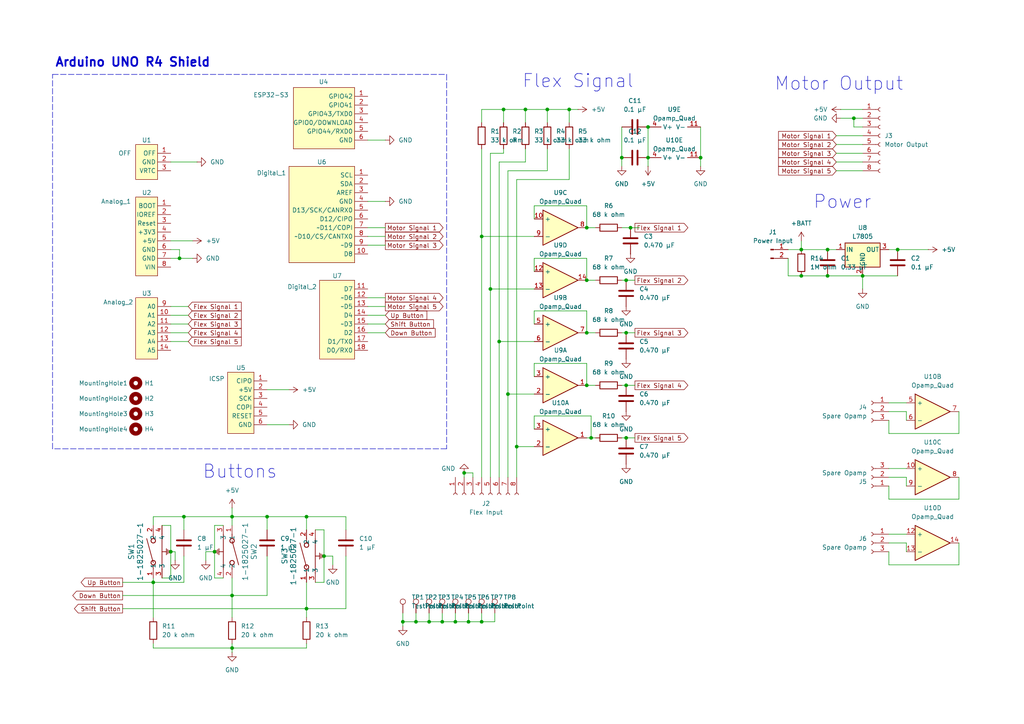
<source format=kicad_sch>
(kicad_sch (version 20231120) (generator "eeschema") (generator_version "8.0")
  (paper "A4")
  (title_block (title "Arduino UNO R4 Shield Template SCH") (date "2023-07-13") (rev "1.0") (company "MStackoverflow"))
  (junction (at 232.41 72.39))
  (junction (at 52.07 74.93))
  (junction (at 120.65 180.34))
  (junction (at 165.1 31.75))
  (junction (at 134.62 137.16))
  (junction (at 181.61 96.52))
  (junction (at 147.32 114.3))
  (junction (at 187.96 45.72))
  (junction (at 240.03 72.39))
  (junction (at 232.41 80.01))
  (junction (at 116.84 180.34))
  (junction (at 260.35 72.39))
  (junction (at 247.65 34.29))
  (junction (at 146.05 31.75))
  (junction (at 139.7 180.34))
  (junction (at 132.08 180.34))
  (junction (at 158.75 31.75))
  (junction (at 67.31 172.72))
  (junction (at 44.45 168.91))
  (junction (at 128.27 180.34))
  (junction (at 93.98 161.29))
  (junction (at 152.4 31.75))
  (junction (at 144.78 99.06))
  (junction (at 67.31 187.96))
  (junction (at 149.86 129.54))
  (junction (at 170.18 111.76))
  (junction (at 62.23 160.02))
  (junction (at 49.53 160.02))
  (junction (at 187.96 36.83))
  (junction (at 88.9 149.86))
  (junction (at 170.18 66.04))
  (junction (at 135.89 180.34))
  (junction (at 250.19 80.01))
  (junction (at 124.46 180.34))
  (junction (at 181.61 111.76))
  (junction (at 139.7 68.58))
  (junction (at 180.34 45.72))
  (junction (at 181.61 127))
  (junction (at 181.61 81.28))
  (junction (at 77.47 149.86))
  (junction (at 182.88 66.04))
  (junction (at 53.34 149.86))
  (junction (at 171.45 127))
  (junction (at 240.03 80.01))
  (junction (at 170.18 96.52))
  (junction (at 67.31 149.86))
  (junction (at 170.18 81.28))
  (junction (at 142.24 83.82))
  (junction (at 203.2 45.72))
  (junction (at 88.9 176.53))
  (wire (pts (xy 44.45 168.91) (xy 44.45 179.07)))
  (polyline (pts (xy 15.24 21.59) (xy 129.54 21.59)) (stroke (width 0) (type dash)))
  (wire (pts (xy 180.34 66.04) (xy 182.88 66.04)))
  (wire (pts (xy 120.65 180.34) (xy 116.84 180.34)))
  (wire (pts (xy 67.31 172.72) (xy 67.31 179.07)))
  (wire (pts (xy 180.34 127) (xy 181.61 127)))
  (wire (pts (xy 181.61 96.52) (xy 184.15 96.52)))
  (wire (pts (xy 106.68 40.64) (xy 111.76 40.64)))
  (wire (pts (xy 77.47 113.03) (xy 83.82 113.03)))
  (wire (pts (xy 120.65 177.8) (xy 120.65 180.34)))
  (wire (pts (xy 50.8 160.02) (xy 49.53 160.02)))
  (wire (pts (xy 154.94 78.74) (xy 154.94 74.93)))
  (wire (pts (xy 64.77 152.4) (xy 62.23 152.4)))
  (wire (pts (xy 170.18 127) (xy 171.45 127)))
  (wire (pts (xy 180.34 111.76) (xy 181.61 111.76)))
  (wire (pts (xy 242.57 49.53) (xy 250.19 49.53)))
  (wire (pts (xy 181.61 127) (xy 184.15 127)))
  (wire (pts (xy 142.24 83.82) (xy 142.24 138.43)))
  (wire (pts (xy 257.81 144.78) (xy 278.13 144.78)))
  (wire (pts (xy 88.9 176.53) (xy 88.9 179.07)))
  (wire (pts (xy 49.53 167.64) (xy 46.99 167.64)))
  (wire (pts (xy 262.89 119.38) (xy 257.81 119.38)))
  (wire (pts (xy 165.1 31.75) (xy 158.75 31.75)))
  (wire (pts (xy 257.81 163.83) (xy 278.13 163.83)))
  (wire (pts (xy 180.34 36.83) (xy 180.34 45.72)))
  (wire (pts (xy 44.45 167.64) (xy 44.45 168.91)))
  (wire (pts (xy 228.6 80.01) (xy 232.41 80.01)))
  (wire (pts (xy 278.13 125.73) (xy 278.13 119.38)))
  (wire (pts (xy 106.68 86.36) (xy 111.76 86.36)))
  (wire (pts (xy 53.34 168.91) (xy 44.45 168.91)))
  (wire (pts (xy 257.81 135.89) (xy 262.89 135.89)))
  (wire (pts (xy 135.89 180.34) (xy 132.08 180.34)))
  (wire (pts (xy 106.68 88.9) (xy 111.76 88.9)))
  (wire (pts (xy 49.53 93.98) (xy 54.61 93.98)))
  (wire (pts (xy 139.7 177.8) (xy 139.7 180.34)))
  (wire (pts (xy 257.81 160.02) (xy 257.81 163.83)))
  (wire (pts (xy 49.53 74.93) (xy 52.07 74.93)))
  (wire (pts (xy 147.32 49.53) (xy 147.32 114.3)))
  (wire (pts (xy 49.53 91.44) (xy 54.61 91.44)))
  (wire (pts (xy 128.27 177.8) (xy 128.27 180.34)))
  (wire (pts (xy 167.64 31.75) (xy 165.1 31.75)))
  (wire (pts (xy 165.1 52.07) (xy 149.86 52.07)))
  (wire (pts (xy 49.53 88.9) (xy 54.61 88.9)))
  (wire (pts (xy 49.53 152.4) (xy 49.53 160.02)))
  (wire (pts (xy 49.53 69.85) (xy 55.88 69.85)))
  (wire (pts (xy 139.7 31.75) (xy 139.7 35.56)))
  (wire (pts (xy 52.07 74.93) (xy 52.07 72.39)))
  (wire (pts (xy 262.89 157.48) (xy 262.89 160.02)))
  (wire (pts (xy 262.89 121.92) (xy 262.89 119.38)))
  (wire (pts (xy 49.53 99.06) (xy 54.61 99.06)))
  (wire (pts (xy 62.23 167.64) (xy 64.77 167.64)))
  (wire (pts (xy 278.13 163.83) (xy 278.13 157.48)))
  (wire (pts (xy 144.78 46.99) (xy 152.4 46.99)))
  (wire (pts (xy 170.18 59.69) (xy 170.18 66.04)))
  (wire (pts (xy 93.98 153.67) (xy 93.98 161.29)))
  (wire (pts (xy 154.94 93.98) (xy 154.94 90.17)))
  (wire (pts (xy 187.96 48.26) (xy 187.96 45.72)))
  (wire (pts (xy 116.84 177.8) (xy 116.84 180.34)))
  (wire (pts (xy 247.65 36.83) (xy 247.65 34.29)))
  (wire (pts (xy 44.45 149.86) (xy 44.45 152.4)))
  (wire (pts (xy 232.41 69.85) (xy 232.41 72.39)))
  (wire (pts (xy 180.34 45.72) (xy 180.34 48.26)))
  (wire (pts (xy 53.34 149.86) (xy 67.31 149.86)))
  (polyline (pts (xy 129.54 21.59) (xy 129.54 130.175)) (stroke (width 0) (type dash)))
  (wire (pts (xy 181.61 81.28) (xy 184.15 81.28)))
  (wire (pts (xy 243.84 34.29) (xy 247.65 34.29)))
  (wire (pts (xy 142.24 44.45) (xy 142.24 83.82)))
  (wire (pts (xy 46.99 152.4) (xy 49.53 152.4)))
  (wire (pts (xy 137.16 138.43) (xy 137.16 137.16)))
  (wire (pts (xy 146.05 43.18) (xy 146.05 44.45)))
  (wire (pts (xy 154.94 59.69) (xy 170.18 59.69)))
  (wire (pts (xy 146.05 31.75) (xy 139.7 31.75)))
  (wire (pts (xy 180.34 96.52) (xy 181.61 96.52)))
  (polyline (pts (xy 15.24 130.175) (xy 15.24 21.59)) (stroke (width 0) (type dash)))
  (wire (pts (xy 96.52 163.83) (xy 96.52 161.29)))
  (wire (pts (xy 49.53 96.52) (xy 54.61 96.52)))
  (wire (pts (xy 170.18 105.41) (xy 170.18 111.76)))
  (wire (pts (xy 143.51 177.8) (xy 143.51 180.34)))
  (wire (pts (xy 106.68 93.98) (xy 111.76 93.98)))
  (wire (pts (xy 106.68 66.04) (xy 111.76 66.04)))
  (wire (pts (xy 59.69 162.56) (xy 59.69 160.02)))
  (wire (pts (xy 170.18 90.17) (xy 170.18 96.52)))
  (wire (pts (xy 35.56 172.72) (xy 67.31 172.72)))
  (wire (pts (xy 44.45 149.86) (xy 53.34 149.86)))
  (wire (pts (xy 228.6 72.39) (xy 232.41 72.39)))
  (wire (pts (xy 250.19 80.01) (xy 260.35 80.01)))
  (wire (pts (xy 203.2 36.83) (xy 203.2 45.72)))
  (wire (pts (xy 165.1 31.75) (xy 165.1 35.56)))
  (wire (pts (xy 154.94 63.5) (xy 154.94 59.69)))
  (wire (pts (xy 134.62 138.43) (xy 134.62 137.16)))
  (wire (pts (xy 181.61 111.76) (xy 184.15 111.76)))
  (wire (pts (xy 180.34 81.28) (xy 181.61 81.28)))
  (wire (pts (xy 67.31 149.86) (xy 77.47 149.86)))
  (wire (pts (xy 93.98 168.91) (xy 91.44 168.91)))
  (wire (pts (xy 154.94 105.41) (xy 170.18 105.41)))
  (wire (pts (xy 257.81 121.92) (xy 257.81 125.73)))
  (wire (pts (xy 44.45 187.96) (xy 67.31 187.96)))
  (wire (pts (xy 146.05 31.75) (xy 146.05 35.56)))
  (wire (pts (xy 50.8 162.56) (xy 50.8 160.02)))
  (wire (pts (xy 154.94 124.46) (xy 154.94 120.65)))
  (wire (pts (xy 100.33 161.29) (xy 100.33 176.53)))
  (wire (pts (xy 106.68 71.12) (xy 111.76 71.12)))
  (wire (pts (xy 106.68 96.52) (xy 111.76 96.52)))
  (wire (pts (xy 144.78 99.06) (xy 144.78 138.43)))
  (wire (pts (xy 142.24 83.82) (xy 154.94 83.82)))
  (wire (pts (xy 170.18 111.76) (xy 172.72 111.76)))
  (wire (pts (xy 77.47 172.72) (xy 67.31 172.72)))
  (wire (pts (xy 77.47 149.86) (xy 88.9 149.86)))
  (wire (pts (xy 67.31 147.32) (xy 67.31 149.86)))
  (wire (pts (xy 232.41 72.39) (xy 240.03 72.39)))
  (wire (pts (xy 35.56 176.53) (xy 88.9 176.53)))
  (wire (pts (xy 147.32 114.3) (xy 154.94 114.3)))
  (wire (pts (xy 88.9 149.86) (xy 88.9 153.67)))
  (wire (pts (xy 154.94 120.65) (xy 171.45 120.65)))
  (wire (pts (xy 49.53 160.02) (xy 49.53 167.64)))
  (wire (pts (xy 158.75 31.75) (xy 158.75 35.56)))
  (wire (pts (xy 171.45 127) (xy 172.72 127)))
  (wire (pts (xy 203.2 45.72) (xy 203.2 48.26)))
  (wire (pts (xy 278.13 144.78) (xy 278.13 138.43)))
  (wire (pts (xy 240.03 72.39) (xy 242.57 72.39)))
  (wire (pts (xy 170.18 81.28) (xy 172.72 81.28)))
  (wire (pts (xy 88.9 187.96) (xy 88.9 186.69)))
  (wire (pts (xy 158.75 43.18) (xy 158.75 49.53)))
  (polyline (pts (xy 129.54 130.175) (xy 15.24 130.175)) (stroke (width 0) (type dash)))
  (wire (pts (xy 139.7 68.58) (xy 139.7 138.43)))
  (wire (pts (xy 128.27 180.34) (xy 124.46 180.34)))
  (wire (pts (xy 257.81 140.97) (xy 257.81 144.78)))
  (wire (pts (xy 243.84 31.75) (xy 250.19 31.75)))
  (wire (pts (xy 139.7 68.58) (xy 154.94 68.58)))
  (wire (pts (xy 250.19 80.01) (xy 250.19 83.82)))
  (wire (pts (xy 242.57 41.91) (xy 250.19 41.91)))
  (wire (pts (xy 124.46 177.8) (xy 124.46 180.34)))
  (wire (pts (xy 93.98 161.29) (xy 93.98 168.91)))
  (wire (pts (xy 250.19 36.83) (xy 247.65 36.83)))
  (wire (pts (xy 144.78 46.99) (xy 144.78 99.06)))
  (wire (pts (xy 257.81 154.94) (xy 262.89 154.94)))
  (wire (pts (xy 154.94 74.93) (xy 170.18 74.93)))
  (wire (pts (xy 53.34 161.29) (xy 53.34 168.91)))
  (wire (pts (xy 67.31 149.86) (xy 67.31 152.4)))
  (wire (pts (xy 172.72 96.52) (xy 170.18 96.52)))
  (wire (pts (xy 149.86 129.54) (xy 149.86 138.43)))
  (wire (pts (xy 139.7 43.18) (xy 139.7 68.58)))
  (wire (pts (xy 91.44 153.67) (xy 93.98 153.67)))
  (wire (pts (xy 242.57 44.45) (xy 250.19 44.45)))
  (wire (pts (xy 67.31 167.64) (xy 67.31 172.72)))
  (wire (pts (xy 62.23 152.4) (xy 62.23 160.02)))
  (wire (pts (xy 262.89 138.43) (xy 262.89 140.97)))
  (wire (pts (xy 260.35 72.39) (xy 269.24 72.39)))
  (wire (pts (xy 154.94 90.17) (xy 170.18 90.17)))
  (wire (pts (xy 242.57 39.37) (xy 250.19 39.37)))
  (wire (pts (xy 77.47 161.29) (xy 77.47 172.72)))
  (wire (pts (xy 62.23 160.02) (xy 62.23 167.64)))
  (wire (pts (xy 170.18 66.04) (xy 172.72 66.04)))
  (wire (pts (xy 44.45 187.96) (xy 44.45 186.69)))
  (wire (pts (xy 170.18 74.93) (xy 170.18 81.28)))
  (wire (pts (xy 257.81 157.48) (xy 262.89 157.48)))
  (wire (pts (xy 100.33 176.53) (xy 88.9 176.53)))
  (wire (pts (xy 240.03 80.01) (xy 250.19 80.01)))
  (wire (pts (xy 152.4 31.75) (xy 152.4 35.56)))
  (wire (pts (xy 106.68 68.58) (xy 111.76 68.58)))
  (wire (pts (xy 149.86 129.54) (xy 154.94 129.54)))
  (wire (pts (xy 187.96 36.83) (xy 187.96 45.72)))
  (wire (pts (xy 257.81 125.73) (xy 278.13 125.73)))
  (wire (pts (xy 152.4 46.99) (xy 152.4 43.18)))
  (wire (pts (xy 49.53 46.99) (xy 57.15 46.99)))
  (wire (pts (xy 77.47 149.86) (xy 77.47 153.67)))
  (wire (pts (xy 116.84 180.34) (xy 116.84 181.61)))
  (wire (pts (xy 232.41 80.01) (xy 240.03 80.01)))
  (wire (pts (xy 96.52 161.29) (xy 93.98 161.29)))
  (wire (pts (xy 182.88 66.04) (xy 185.42 66.04)))
  (wire (pts (xy 106.68 58.42) (xy 111.76 58.42)))
  (wire (pts (xy 143.51 180.34) (xy 139.7 180.34)))
  (wire (pts (xy 149.86 52.07) (xy 149.86 129.54)))
  (wire (pts (xy 257.81 72.39) (xy 260.35 72.39)))
  (wire (pts (xy 139.7 180.34) (xy 135.89 180.34)))
  (wire (pts (xy 132.08 180.34) (xy 128.27 180.34)))
  (wire (pts (xy 49.53 72.39) (xy 52.07 72.39)))
  (wire (pts (xy 144.78 99.06) (xy 154.94 99.06)))
  (wire (pts (xy 228.6 80.01) (xy 228.6 74.93)))
  (wire (pts (xy 257.81 138.43) (xy 262.89 138.43)))
  (wire (pts (xy 171.45 120.65) (xy 171.45 127)))
  (wire (pts (xy 77.47 123.19) (xy 83.82 123.19)))
  (wire (pts (xy 247.65 34.29) (xy 250.19 34.29)))
  (wire (pts (xy 100.33 149.86) (xy 100.33 153.67)))
  (wire (pts (xy 67.31 187.96) (xy 88.9 187.96)))
  (wire (pts (xy 152.4 31.75) (xy 158.75 31.75)))
  (wire (pts (xy 124.46 180.34) (xy 120.65 180.34)))
  (wire (pts (xy 88.9 168.91) (xy 88.9 176.53)))
  (wire (pts (xy 132.08 177.8) (xy 132.08 180.34)))
  (wire (pts (xy 52.07 74.93) (xy 55.88 74.93)))
  (wire (pts (xy 35.56 168.91) (xy 44.45 168.91)))
  (wire (pts (xy 137.16 137.16) (xy 134.62 137.16)))
  (wire (pts (xy 154.94 109.22) (xy 154.94 105.41)))
  (wire (pts (xy 147.32 114.3) (xy 147.32 138.43)))
  (wire (pts (xy 242.57 46.99) (xy 250.19 46.99)))
  (wire (pts (xy 158.75 49.53) (xy 147.32 49.53)))
  (wire (pts (xy 146.05 44.45) (xy 142.24 44.45)))
  (wire (pts (xy 152.4 31.75) (xy 146.05 31.75)))
  (wire (pts (xy 53.34 149.86) (xy 53.34 153.67)))
  (wire (pts (xy 135.89 177.8) (xy 135.89 180.34)))
  (wire (pts (xy 67.31 187.96) (xy 67.31 189.23)))
  (wire (pts (xy 165.1 43.18) (xy 165.1 52.07)))
  (wire (pts (xy 106.68 91.44) (xy 111.76 91.44)))
  (wire (pts (xy 67.31 186.69) (xy 67.31 187.96)))
  (wire (pts (xy 59.69 160.02) (xy 62.23 160.02)))
  (wire (pts (xy 257.81 116.84) (xy 262.89 116.84)))
  (wire (pts (xy 88.9 149.86) (xy 100.33 149.86)))
  (text "Motor Output" (at 243.332 24.384 0) (effects (font (size 3.81 3.81))))
  (text "Arduino UNO R4 Shield" (at 15.875 19.685 0) (effects (font (size 2.54 2.54) (thickness 0.508) (bold yes)) (justify left bottom)))
  (text "Power" (at 244.348 58.674 0) (effects (font (size 3.81 3.81))))
  (text "Buttons" (at 69.596 136.906 0) (effects (font (size 3.81 3.81))))
  (text "Flex Signal" (at 167.64 23.622 0) (effects (font (size 3.81 3.81))))
  (global_label "Flex Signal 4" (shape output) (at 184.15 111.76 0) (property "Intersheetrefs" "${INTERSHEET_REFS}" (effects (hide yes))))
  (global_label "Up Button" (shape input) (at 111.76 91.44 0) (property "Intersheetrefs" "${INTERSHEET_REFS}" (effects (hide yes))))
  (global_label "Flex Signal 2" (shape output) (at 184.15 81.28 0) (property "Intersheetrefs" "${INTERSHEET_REFS}" (effects (hide yes))))
  (global_label "Up Button" (shape output) (at 35.56 168.91 180) (property "Intersheetrefs" "${INTERSHEET_REFS}" (effects (hide yes))))
  (global_label "Flex Signal 5" (shape input) (at 54.61 99.06 0) (property "Intersheetrefs" "${INTERSHEET_REFS}" (effects (hide yes))))
  (global_label "Motor Signal 1" (shape output) (at 111.76 66.04 0) (property "Intersheetrefs" "${INTERSHEET_REFS}" (effects (hide yes))))
  (global_label "Motor Signal 4" (shape input) (at 242.57 46.99 180) (property "Intersheetrefs" "${INTERSHEET_REFS}" (effects (hide yes))))
  (global_label "Flex Signal 4" (shape input) (at 54.61 96.52 0) (property "Intersheetrefs" "${INTERSHEET_REFS}" (effects (hide yes))))
  (global_label "Flex Signal 3" (shape output) (at 184.15 96.52 0) (property "Intersheetrefs" "${INTERSHEET_REFS}" (effects (hide yes))))
  (global_label "Shift Button" (shape input) (at 111.76 93.98 0) (property "Intersheetrefs" "${INTERSHEET_REFS}" (effects (hide yes))))
  (global_label "Motor Signal 2" (shape output) (at 111.76 68.58 0) (property "Intersheetrefs" "${INTERSHEET_REFS}" (effects (hide yes))))
  (global_label "Motor Signal 3" (shape output) (at 111.76 71.12 0) (property "Intersheetrefs" "${INTERSHEET_REFS}" (effects (hide yes))))
  (global_label "Motor Signal 2" (shape input) (at 242.57 41.91 180) (property "Intersheetrefs" "${INTERSHEET_REFS}" (effects (hide yes))))
  (global_label "Shift Button" (shape output) (at 35.56 176.53 180) (property "Intersheetrefs" "${INTERSHEET_REFS}" (effects (hide yes))))
  (global_label "Motor Signal 3" (shape input) (at 242.57 44.45 180) (property "Intersheetrefs" "${INTERSHEET_REFS}" (effects (hide yes))))
  (global_label "Motor Signal 1" (shape input) (at 242.57 39.37 180) (property "Intersheetrefs" "${INTERSHEET_REFS}" (effects (hide yes))))
  (global_label "Motor Signal 4" (shape output) (at 111.76 86.36 0) (property "Intersheetrefs" "${INTERSHEET_REFS}" (effects (hide yes))))
  (global_label "Motor Signal 5" (shape input) (at 242.57 49.53 180) (property "Intersheetrefs" "${INTERSHEET_REFS}" (effects (hide yes))))
  (global_label "Flex Signal 3" (shape input) (at 54.61 93.98 0) (property "Intersheetrefs" "${INTERSHEET_REFS}" (effects (hide yes))))
  (global_label "Flex Signal 1" (shape input) (at 54.61 88.9 0) (property "Intersheetrefs" "${INTERSHEET_REFS}" (effects (hide yes))))
  (global_label "Down Button" (shape input) (at 111.76 96.52 0) (property "Intersheetrefs" "${INTERSHEET_REFS}" (effects (hide yes))))
  (global_label "Flex Signal 1" (shape output) (at 184.15 66.04 0) (property "Intersheetrefs" "${INTERSHEET_REFS}" (effects (hide yes))))
  (global_label "Flex Signal 5" (shape output) (at 184.15 127 0) (property "Intersheetrefs" "${INTERSHEET_REFS}" (effects (hide yes))))
  (global_label "Flex Signal 2" (shape input) (at 54.61 91.44 0) (property "Intersheetrefs" "${INTERSHEET_REFS}" (effects (hide yes))))
  (global_label "Motor Signal 5" (shape output) (at 111.76 88.9 0) (property "Intersheetrefs" "${INTERSHEET_REFS}" (effects (hide yes))))
  (global_label "Down Button" (shape output) (at 35.56 172.72 180) (property "Intersheetrefs" "${INTERSHEET_REFS}" (effects (hide yes))))
  (symbol (lib_id "power:GND") (at 181.61 119.38 0) (unit 1)
    (property "Reference" "#PWR010" (effects (hide yes)))
    (property "Value" "GND" (at 181.61 124.46 0))
    (property "Description" "Power symbol creates a global label with name \"GND\" , ground" (effects (hide yes)))
  )
  (symbol (lib_id "power:+5V") (at 243.84 31.75 90) (unit 1)
    (property "Reference" "#PWR02" (effects (hide yes)))
    (property "Value" "+5V" (at 240.03 31.7499 90) (effects (justify left)))
    (property "Description" "Power symbol creates a global label with name \"+5V\"" (effects (hide yes)))
  )
  (symbol (lib_id "2024-04-28_14-32-29:1-1825027-1") (at 67.31 160.02 270) (unit 1)
    (property "Reference" "SW2" (at 73.66 160.02 0) (effects (font (size 1.524 1.524))))
    (property "Value" "1-1825027-1" (at 71.12 160.02 0) (effects (font (size 1.524 1.524))))
    (property "Footprint" "custom_button:1-1825027-1" (effects (hide yes)))
    (property "Datasheet" "1-1825027-1" (effects (hide yes)))
  )
  (symbol (lib_id "power:GND") (at 59.69 162.56 0) (unit 1)
    (property "Reference" "#PWR025" (effects (hide yes)))
    (property "Value" "GND" (at 59.69 167.64 0))
    (property "Description" "Power symbol creates a global label with name \"GND\" , ground" (effects (hide yes)))
  )
  (symbol (lib_id "power:GND") (at 181.61 88.9 0) (unit 1)
    (property "Reference" "#PWR08" (effects (hide yes)))
    (property "Value" "GND" (at 181.61 93.98 0))
    (property "Description" "Power symbol creates a global label with name \"GND\" , ground" (effects (hide yes)))
  )
  (symbol (lib_id "Connector:TestPoint") (at 139.7 177.8 0) (unit 1)
    (property "Reference" "TP7" (at 142.24 173.2279 0) (effects (justify left)))
    (property "Value" "TestPoint" (at 142.24 175.7679 0) (effects (justify left)))
    (property "Footprint" "TestPoint:TestPoint_Pad_D1.5mm" (effects (hide yes)))
    (property "Description" "test point" (effects (hide yes)))
  )
  (symbol (lib_id "Device:Opamp_Quad") (at 162.56 66.04 0) (unit 3)
    (property "Reference" "U9" (at 162.56 55.88 0))
    (property "Value" "Opamp_Quad" (at 162.56 58.42 0))
    (property "Footprint" "Package_DIP:DIP-14_W7.62mm_Socket" (effects (hide yes)))
    (property "Description" "Quad operational amplifier" (effects (hide yes)))
    (property "Sim.Library" "${KICAD7_SYMBOL_DIR}/Simulation_SPICE.sp" (effects (hide yes)))
    (property "Sim.Name" "kicad_builtin_opamp_quad" (effects (hide yes)))
    (property "Sim.Device" "SUBCKT" (effects (hide yes)))
    (property "Sim.Pins" "1=out1 2=in1- 3=in1+ 4=vcc 5=in2+ 6=in2- 7=out2 8=out3 9=in3- 10=in3+ 11=vee 12=in4+ 13=in4- 14=out4" (effects (hide yes)))
  )
  (symbol (lib_id "Regulator_Linear:L7805") (at 250.19 72.39 0) (unit 1)
    (property "Reference" "U8" (at 250.19 66.04 0))
    (property "Value" "L7805" (at 250.19 68.58 0))
    (property "Footprint" "Package_TO_SOT_THT:TO-220-3_Vertical" (effects (hide yes)))
    (property "Datasheet" "http://www.st.com/content/ccc/resource/technical/document/datasheet/41/4f/b3/b0/12/d4/47/88/CD00000444.pdf/files/CD00000444.pdf/jcr:content/translations/en.CD00000444.pdf" (effects (hide yes)))
    (property "Description" "Positive 1.5A 35V Linear Regulator, Fixed Output 5V, TO-220/TO-263/TO-252" (effects (hide yes)))
  )
  (symbol (lib_id "Device:R") (at 176.53 66.04 270) (unit 1)
    (property "Reference" "R6" (at 176.53 59.69 90))
    (property "Value" "68 k ohm" (at 176.53 62.23 90))
    (property "Footprint" "Resistor_SMD:R_1206_3216Metric_Pad1.30x1.75mm_HandSolder" (effects (hide yes)))
    (property "Description" "Resistor" (effects (hide yes)))
  )
  (symbol (lib_id "Device:Opamp_Quad") (at 162.56 96.52 0) (unit 2)
    (property "Reference" "U9" (at 162.56 86.36 0))
    (property "Value" "Opamp_Quad" (at 162.56 88.9 0))
    (property "Footprint" "Package_DIP:DIP-14_W7.62mm_Socket" (effects (hide yes)))
    (property "Description" "Quad operational amplifier" (effects (hide yes)))
    (property "Sim.Library" "${KICAD7_SYMBOL_DIR}/Simulation_SPICE.sp" (effects (hide yes)))
    (property "Sim.Name" "kicad_builtin_opamp_quad" (effects (hide yes)))
    (property "Sim.Device" "SUBCKT" (effects (hide yes)))
    (property "Sim.Pins" "1=out1 2=in1- 3=in1+ 4=vcc 5=in2+ 6=in2- 7=out2 8=out3 9=in3- 10=in3+ 11=vee 12=in4+ 13=in4- 14=out4" (effects (hide yes)))
  )
  (symbol (lib_id "Device:Opamp_Quad") (at 162.56 111.76 0) (unit 1)
    (property "Reference" "U9" (at 162.56 101.6 0))
    (property "Value" "Opamp_Quad" (at 162.56 104.14 0))
    (property "Footprint" "Package_DIP:DIP-14_W7.62mm_Socket" (effects (hide yes)))
    (property "Description" "Quad operational amplifier" (effects (hide yes)))
    (property "Sim.Library" "${KICAD7_SYMBOL_DIR}/Simulation_SPICE.sp" (effects (hide yes)))
    (property "Sim.Name" "kicad_builtin_opamp_quad" (effects (hide yes)))
    (property "Sim.Device" "SUBCKT" (effects (hide yes)))
    (property "Sim.Pins" "1=out1 2=in1- 3=in1+ 4=vcc 5=in2+ 6=in2- 7=out2 8=out3 9=in3- 10=in3+ 11=vee 12=in4+ 13=in4- 14=out4" (effects (hide yes)))
  )
  (symbol (lib_id "power:+5V") (at 167.64 31.75 270) (mirror x) (unit 1)
    (property "Reference" "#PWR06" (effects (hide yes)))
    (property "Value" "+5V" (at 171.45 31.7499 90) (effects (justify left)))
    (property "Description" "Power symbol creates a global label with name \"+5V\"" (effects (hide yes)))
  )
  (symbol (lib_id "power:GND") (at 203.2 48.26 0) (unit 1)
    (property "Reference" "#PWR012" (effects (hide yes)))
    (property "Value" "GND" (at 203.2 53.34 0))
    (property "Description" "Power symbol creates a global label with name \"GND\" , ground" (effects (hide yes)))
  )
  (symbol (lib_id "power:GND") (at 57.15 46.99 90) (mirror x) (unit 1)
    (property "Reference" "#PWR022" (effects (hide yes)))
    (property "Value" "GND" (at 60.96 46.9899 90) (effects (justify right)))
    (property "Description" "Power symbol creates a global label with name \"GND\" , ground" (effects (hide yes)))
  )
  (symbol (lib_id "power:GND") (at 55.88 74.93 90) (mirror x) (unit 1)
    (property "Reference" "#PWR017" (effects (hide yes)))
    (property "Value" "GND" (at 59.69 74.9299 90) (effects (justify right)))
    (property "Description" "Power symbol creates a global label with name \"GND\" , ground" (effects (hide yes)))
  )
  (symbol (lib_id "Connector:Conn_01x03_Socket") (at 252.73 138.43 180) (unit 1)
    (property "Reference" "J5" (at 251.46 139.7001 0) (effects (justify left)))
    (property "Value" "Spare Opamp" (at 251.46 137.1601 0) (effects (justify left)))
    (property "Footprint" "Connector_PinHeader_2.54mm:PinHeader_1x03_P2.54mm_Vertical" (effects (hide yes)))
    (property "Description" "Generic connector, single row, 01x03, script generated" (effects (hide yes)))
  )
  (symbol (lib_id "Connector:TestPoint") (at 135.89 177.8 0) (unit 1)
    (property "Reference" "TP6" (at 138.43 173.2279 0) (effects (justify left)))
    (property "Value" "TestPoint" (at 138.43 175.7679 0) (effects (justify left)))
    (property "Footprint" "TestPoint:TestPoint_Pad_D1.5mm" (effects (hide yes)))
    (property "Description" "test point" (effects (hide yes)))
  )
  (symbol (lib_id "Connector:Conn_01x02_Pin") (at 223.52 72.39 0) (unit 1)
    (property "Reference" "J1" (at 224.155 67.31 0))
    (property "Value" "Power Input" (at 224.155 69.85 0))
    (property "Footprint" "custom_terminal:CONN_TB002-500-02BE_CUD" (effects (hide yes)))
    (property "Description" "Generic connector, single row, 01x02, script generated" (effects (hide yes)))
  )
  (symbol (lib_id "Device:Opamp_Quad") (at 270.51 119.38 0) (unit 2)
    (property "Reference" "U10" (at 270.51 109.22 0))
    (property "Value" "Opamp_Quad" (at 270.51 111.76 0))
    (property "Footprint" "Package_DIP:DIP-14_W7.62mm_Socket" (effects (hide yes)))
    (property "Description" "Quad operational amplifier" (effects (hide yes)))
    (property "Sim.Library" "${KICAD7_SYMBOL_DIR}/Simulation_SPICE.sp" (effects (hide yes)))
    (property "Sim.Name" "kicad_builtin_opamp_quad" (effects (hide yes)))
    (property "Sim.Device" "SUBCKT" (effects (hide yes)))
    (property "Sim.Pins" "1=out1 2=in1- 3=in1+ 4=vcc 5=in2+ 6=in2- 7=out2 8=out3 9=in3- 10=in3+ 11=vee 12=in4+ 13=in4- 14=out4" (effects (hide yes)))
  )
  (symbol (lib_id "power:GND") (at 83.82 123.19 90) (mirror x) (unit 1)
    (property "Reference" "#PWR019" (effects (hide yes)))
    (property "Value" "GND" (at 87.63 123.1899 90) (effects (justify right)))
    (property "Description" "Power symbol creates a global label with name \"GND\" , ground" (effects (hide yes)))
  )
  (symbol (lib_id "power:+5V") (at 67.31 147.32 0) (unit 1)
    (property "Reference" "#PWR015" (effects (hide yes)))
    (property "Value" "+5V" (at 67.31 142.24 0))
    (property "Description" "Power symbol creates a global label with name \"+5V\"" (effects (hide yes)))
  )
  (symbol (lib_id "Device:Opamp_Quad") (at 162.56 81.28 0) (unit 4)
    (property "Reference" "U9" (at 162.56 71.12 0))
    (property "Value" "Opamp_Quad" (at 162.56 73.66 0))
    (property "Footprint" "Package_DIP:DIP-14_W7.62mm_Socket" (effects (hide yes)))
    (property "Description" "Quad operational amplifier" (effects (hide yes)))
    (property "Sim.Library" "${KICAD7_SYMBOL_DIR}/Simulation_SPICE.sp" (effects (hide yes)))
    (property "Sim.Name" "kicad_builtin_opamp_quad" (effects (hide yes)))
    (property "Sim.Device" "SUBCKT" (effects (hide yes)))
    (property "Sim.Pins" "1=out1 2=in1- 3=in1+ 4=vcc 5=in2+ 6=in2- 7=out2 8=out3 9=in3- 10=in3+ 11=vee 12=in4+ 13=in4- 14=out4" (effects (hide yes)))
  )
  (symbol (lib_id "Device:R") (at 176.53 96.52 270) (unit 1)
    (property "Reference" "R8" (at 176.53 90.17 90))
    (property "Value" "68 k ohm" (at 176.53 92.71 90))
    (property "Footprint" "Resistor_SMD:R_1206_3216Metric_Pad1.30x1.75mm_HandSolder" (effects (hide yes)))
    (property "Description" "Resistor" (effects (hide yes)))
  )
  (symbol (lib_id "Device:C") (at 77.47 157.48 0) (unit 1)
    (property "Reference" "C9" (at 81.28 156.2099 0) (effects (justify left)))
    (property "Value" "1 µF" (at 81.28 158.7499 0) (effects (justify left)))
    (property "Footprint" "Capacitor_SMD:C_1206_3216Metric_Pad1.33x1.80mm_HandSolder" (effects (hide yes)))
    (property "Description" "Unpolarized capacitor" (effects (hide yes)))
  )
  (symbol (lib_id "Device:R") (at 44.45 182.88 0) (unit 1)
    (property "Reference" "R11" (at 46.99 181.6099 0) (effects (justify left)))
    (property "Value" "20 k ohm" (at 46.99 184.1499 0) (effects (justify left)))
    (property "Footprint" "Resistor_SMD:R_1206_3216Metric_Pad1.30x1.75mm_HandSolder" (effects (hide yes)))
    (property "Description" "Resistor" (effects (hide yes)))
  )
  (symbol (lib_id "Device:C") (at 184.15 45.72 90) (unit 1)
    (property "Reference" "C12" (at 184.15 38.1 90))
    (property "Value" "0.1 μF" (at 184.15 40.64 90))
    (property "Footprint" "Capacitor_SMD:C_1206_3216Metric_Pad1.33x1.80mm_HandSolder" (effects (hide yes)))
    (property "Description" "Unpolarized capacitor" (effects (hide yes)))
  )
  (symbol (lib_id "Device:C") (at 53.34 157.48 0) (unit 1)
    (property "Reference" "C8" (at 57.15 156.2099 0) (effects (justify left)))
    (property "Value" "1 µF" (at 57.15 158.7499 0) (effects (justify left)))
    (property "Footprint" "Capacitor_SMD:C_1206_3216Metric_Pad1.33x1.80mm_HandSolder" (effects (hide yes)))
    (property "Description" "Unpolarized capacitor" (effects (hide yes)))
  )
  (symbol (lib_id "power:+5V") (at 187.96 48.26 0) (mirror x) (unit 1)
    (property "Reference" "#PWR013" (effects (hide yes)))
    (property "Value" "+5V" (at 187.96 53.34 0))
    (property "Description" "Power symbol creates a global label with name \"+5V\"" (effects (hide yes)))
  )
  (symbol (lib_id "Connector:TestPoint") (at 143.51 177.8 0) (unit 1)
    (property "Reference" "TP8" (at 146.05 173.2279 0) (effects (justify left)))
    (property "Value" "TestPoint" (at 146.05 175.7679 0) (effects (justify left)))
    (property "Footprint" "TestPoint:TestPoint_Pad_D1.5mm" (effects (hide yes)))
    (property "Description" "test point" (effects (hide yes)))
  )
  (symbol (lib_id "Connector_Arduino:Arduino_Header_Digital_2") (at 102.87 86.36 0) (unit 1)
    (property "Reference" "U7" (at 97.79 80.01 0))
    (property "Value" "Digital_2" (at 87.63 83.185 0))
    (property "Footprint" "ArduinoPinSockets:Arduino_PinSocket_1x08_P2.54mm_Vertical" (effects (hide yes)))
  )
  (symbol (lib_id "Device:C") (at 182.88 69.85 0) (unit 1)
    (property "Reference" "C3" (at 186.69 68.5799 0) (effects (justify left)))
    (property "Value" "0.470 µF" (at 186.69 71.1199 0) (effects (justify left)))
    (property "Footprint" "Capacitor_SMD:C_1206_3216Metric_Pad1.33x1.80mm_HandSolder" (effects (hide yes)))
    (property "Description" "Unpolarized capacitor" (effects (hide yes)))
  )
  (symbol (lib_id "Mechanical_Arduino:MountingHole_Arduino") (at 39.37 124.46 0) (unit 1)
    (property "Reference" "H4" (at 41.91 124.46 0) (effects (justify left)))
    (property "Value" "MountingHole4" (at 22.86 124.46 0) (effects (justify left)))
    (property "Footprint" "ArduinoMountingHoles:Arduino_MountingHole" (effects (hide yes)))
  )
  (symbol (lib_id "power:GND") (at 181.61 104.14 0) (unit 1)
    (property "Reference" "#PWR09" (effects (hide yes)))
    (property "Value" "GND" (at 181.61 109.22 0))
    (property "Description" "Power symbol creates a global label with name \"GND\" , ground" (effects (hide yes)))
  )
  (symbol (lib_id "Connector:Conn_01x03_Socket") (at 252.73 157.48 0) (mirror y) (unit 1)
    (property "Reference" "J6" (at 251.46 156.2099 0) (effects (justify left)))
    (property "Value" "Spare Opamp" (at 251.46 158.7499 0) (effects (justify left)))
    (property "Footprint" "Connector_PinHeader_2.54mm:PinHeader_1x03_P2.54mm_Vertical" (effects (hide yes)))
    (property "Description" "Generic connector, single row, 01x03, script generated" (effects (hide yes)))
  )
  (symbol (lib_id "power:GND") (at 96.52 163.83 0) (unit 1)
    (property "Reference" "#PWR026" (effects (hide yes)))
    (property "Value" "GND" (at 96.52 168.91 0))
    (property "Description" "Power symbol creates a global label with name \"GND\" , ground" (effects (hide yes)))
  )
  (symbol (lib_id "Device:R") (at 158.75 39.37 0) (unit 1)
    (property "Reference" "R4" (at 161.29 38.0999 0) (effects (justify left)))
    (property "Value" "33 k ohm" (at 161.29 40.6399 0) (effects (justify left)))
    (property "Footprint" "Resistor_SMD:R_1206_3216Metric_Pad1.30x1.75mm_HandSolder" (effects (hide yes)))
    (property "Description" "Resistor" (effects (hide yes)))
  )
  (symbol (lib_id "power:GND") (at 111.76 40.64 90) (mirror x) (unit 1)
    (property "Reference" "#PWR021" (effects (hide yes)))
    (property "Value" "GND" (at 115.57 40.6399 90) (effects (justify right)))
    (property "Description" "Power symbol creates a global label with name \"GND\" , ground" (effects (hide yes)))
  )
  (symbol (lib_id "Connector_Arduino:Arduino_Header_ICSP") (at 73.66 113.03 0) (unit 1)
    (property "Reference" "U5" (at 69.85 106.68 0))
    (property "Value" "ICSP" (at 62.865 109.855 0))
    (property "Footprint" "ArduinoPinSockets:Arduino_PinSocket_2x03_P2.54mm_Vertical" (effects (hide yes)))
  )
  (symbol (lib_id "Device:Opamp_Quad") (at 270.51 157.48 0) (unit 4)
    (property "Reference" "U10" (at 270.51 147.32 0))
    (property "Value" "Opamp_Quad" (at 270.51 149.86 0))
    (property "Footprint" "Package_DIP:DIP-14_W7.62mm_Socket" (effects (hide yes)))
    (property "Description" "Quad operational amplifier" (effects (hide yes)))
    (property "Sim.Library" "${KICAD7_SYMBOL_DIR}/Simulation_SPICE.sp" (effects (hide yes)))
    (property "Sim.Name" "kicad_builtin_opamp_quad" (effects (hide yes)))
    (property "Sim.Device" "SUBCKT" (effects (hide yes)))
    (property "Sim.Pins" "1=out1 2=in1- 3=in1+ 4=vcc 5=in2+ 6=in2- 7=out2 8=out3 9=in3- 10=in3+ 11=vee 12=in4+ 13=in4- 14=out4" (effects (hide yes)))
  )
  (symbol (lib_id "power:GND") (at 67.31 189.23 0) (unit 1)
    (property "Reference" "#PWR014" (effects (hide yes)))
    (property "Value" "GND" (at 67.31 194.31 0))
    (property "Description" "Power symbol creates a global label with name \"GND\" , ground" (effects (hide yes)))
  )
  (symbol (lib_id "Connector_Arduino:Arduino_Header_Analog_2") (at 45.72 91.44 0) (unit 1)
    (property "Reference" "U3" (at 42.545 85.09 0))
    (property "Value" "Analog_2" (at 34.29 87.63 0))
    (property "Footprint" "ArduinoPinSockets:Arduino_PinSocket_1x06_P2.54mm_Vertical" (effects (hide yes)))
  )
  (symbol (lib_id "Device:R") (at 139.7 39.37 0) (unit 1)
    (property "Reference" "R1" (at 142.24 38.0999 0) (effects (justify left)))
    (property "Value" "33 k ohm" (at 142.24 40.6399 0) (effects (justify left)))
    (property "Footprint" "Resistor_SMD:R_1206_3216Metric_Pad1.30x1.75mm_HandSolder" (effects (hide yes)))
    (property "Description" "Resistor" (effects (hide yes)))
  )
  (symbol (lib_id "Connector_Arduino:Arduino_Header_Digital_1") (at 102.87 53.34 0) (unit 1)
    (property "Reference" "U6" (at 93.345 46.99 0))
    (property "Value" "Digital_1" (at 78.74 50.165 0))
    (property "Footprint" "ArduinoPinSockets:Arduino_PinSocket_1x10_P2.54mm_Vertical" (effects (hide yes)))
  )
  (symbol (lib_id "Connector:Conn_01x03_Socket") (at 252.73 119.38 0) (mirror y) (unit 1)
    (property "Reference" "J4" (at 251.46 118.1099 0) (effects (justify left)))
    (property "Value" "Spare Opamp" (at 251.46 120.6499 0) (effects (justify left)))
    (property "Footprint" "Connector_PinHeader_2.54mm:PinHeader_1x03_P2.54mm_Vertical" (effects (hide yes)))
    (property "Description" "Generic connector, single row, 01x03, script generated" (effects (hide yes)))
  )
  (symbol (lib_id "Device:R") (at 146.05 39.37 0) (unit 1)
    (property "Reference" "R2" (at 148.59 38.0999 0) (effects (justify left)))
    (property "Value" "R" (at 148.59 40.6399 0) (effects (justify left)))
    (property "Footprint" "Resistor_SMD:R_1206_3216Metric_Pad1.30x1.75mm_HandSolder" (effects (hide yes)))
    (property "Description" "Resistor" (effects (hide yes)))
  )
  (symbol (lib_id "power:GND") (at 243.84 34.29 270) (unit 1)
    (property "Reference" "#PWR04" (effects (hide yes)))
    (property "Value" "GND" (at 240.03 34.2899 90) (effects (justify right)))
    (property "Description" "Power symbol creates a global label with name \"GND\" , ground" (effects (hide yes)))
  )
  (symbol (lib_id "Connector_Arduino:Arduino_Header_ESP32-S3") (at 102.87 30.48 0) (unit 1)
    (property "Reference" "U4" (at 93.8471 23.7327 0))
    (property "Value" "ESP32-S3" (at 78.6071 27.5427 0))
    (property "Footprint" "ArduinoPinSockets:Arduino_PinSocket_2x03_P2.54mm_Vertical" (effects (hide yes)))
  )
  (symbol (lib_id "Connector_Arduino:Arduino_Header_OFF") (at 45.72 46.99 0) (unit 1)
    (property "Reference" "U1" (at 42.545 40.64 0))
    (property "Value" "OFF" (at 36.195 44.45 0))
    (property "Footprint" "ArduinoPinSockets:Arduino_PinSocket_1x03_P2.54mm_Vertical" (effects (hide yes)))
  )
  (symbol (lib_id "Device:C") (at 260.35 76.2 0) (unit 1)
    (property "Reference" "C2" (at 264.16 74.9299 0) (effects (justify left)))
    (property "Value" "0.1 µF" (at 264.16 77.4699 0) (effects (justify left)))
    (property "Footprint" "Capacitor_SMD:C_1206_3216Metric_Pad1.33x1.80mm_HandSolder" (effects (hide yes)))
    (property "Description" "Unpolarized capacitor" (effects (hide yes)))
  )
  (symbol (lib_id "Device:Opamp_Quad") (at 195.58 34.29 90) (unit 5)
    (property "Reference" "U9" (at 195.58 31.75 90))
    (property "Value" "Opamp_Quad" (at 195.58 34.29 90))
    (property "Footprint" "Package_DIP:DIP-14_W7.62mm_Socket" (effects (hide yes)))
    (property "Description" "Quad operational amplifier" (effects (hide yes)))
    (property "Sim.Library" "${KICAD7_SYMBOL_DIR}/Simulation_SPICE.sp" (effects (hide yes)))
    (property "Sim.Name" "kicad_builtin_opamp_quad" (effects (hide yes)))
    (property "Sim.Device" "SUBCKT" (effects (hide yes)))
    (property "Sim.Pins" "1=out1 2=in1- 3=in1+ 4=vcc 5=in2+ 6=in2- 7=out2 8=out3 9=in3- 10=in3+ 11=vee 12=in4+ 13=in4- 14=out4" (effects (hide yes)))
  )
  (symbol (lib_id "power:GND") (at 182.88 73.66 0) (unit 1)
    (property "Reference" "#PWR07" (effects (hide yes)))
    (property "Value" "GND" (at 182.88 78.74 0))
    (property "Description" "Power symbol creates a global label with name \"GND\" , ground" (effects (hide yes)))
  )
  (symbol (lib_id "Connector:TestPoint") (at 120.65 177.8 0) (unit 1)
    (property "Reference" "TP2" (at 123.19 173.2279 0) (effects (justify left)))
    (property "Value" "TestPoint" (at 123.19 175.7679 0) (effects (justify left)))
    (property "Footprint" "TestPoint:TestPoint_Pad_D1.5mm" (effects (hide yes)))
    (property "Description" "test point" (effects (hide yes)))
  )
  (symbol (lib_id "power:GND") (at 180.34 48.26 0) (unit 1)
    (property "Reference" "#PWR027" (effects (hide yes)))
    (property "Value" "GND" (at 180.34 53.34 0))
    (property "Description" "Power symbol creates a global label with name \"GND\" , ground" (effects (hide yes)))
  )
  (symbol (lib_id "Device:R") (at 176.53 111.76 270) (unit 1)
    (property "Reference" "R9" (at 176.53 105.41 90))
    (property "Value" "68 k ohm" (at 176.53 107.95 90))
    (property "Footprint" "Resistor_SMD:R_1206_3216Metric_Pad1.30x1.75mm_HandSolder" (effects (hide yes)))
    (property "Description" "Resistor" (effects (hide yes)))
  )
  (symbol (lib_id "Device:C") (at 100.33 157.48 0) (unit 1)
    (property "Reference" "C10" (at 104.14 156.2099 0) (effects (justify left)))
    (property "Value" "1 µF" (at 104.14 158.7499 0) (effects (justify left)))
    (property "Footprint" "Capacitor_SMD:C_1206_3216Metric_Pad1.33x1.80mm_HandSolder" (effects (hide yes)))
    (property "Description" "Unpolarized capacitor" (effects (hide yes)))
  )
  (symbol (lib_id "Device:Opamp_Quad") (at 270.51 138.43 0) (unit 3)
    (property "Reference" "U10" (at 270.51 128.27 0))
    (property "Value" "Opamp_Quad" (at 270.51 130.81 0))
    (property "Footprint" "Package_DIP:DIP-14_W7.62mm_Socket" (effects (hide yes)))
    (property "Description" "Quad operational amplifier" (effects (hide yes)))
    (property "Sim.Library" "${KICAD7_SYMBOL_DIR}/Simulation_SPICE.sp" (effects (hide yes)))
    (property "Sim.Name" "kicad_builtin_opamp_quad" (effects (hide yes)))
    (property "Sim.Device" "SUBCKT" (effects (hide yes)))
    (property "Sim.Pins" "1=out1 2=in1- 3=in1+ 4=vcc 5=in2+ 6=in2- 7=out2 8=out3 9=in3- 10=in3+ 11=vee 12=in4+ 13=in4- 14=out4" (effects (hide yes)))
  )
  (symbol (lib_id "Connector:Conn_01x08_Socket") (at 255.27 39.37 0) (unit 1)
    (property "Reference" "J3" (at 256.54 39.3699 0) (effects (justify left)))
    (property "Value" "Motor Output" (at 256.54 41.9099 0) (effects (justify left)))
    (property "Footprint" "molex_custom:Molex_2200301081" (effects (hide yes)))
    (property "Description" "Generic connector, single row, 01x08, script generated" (effects (hide yes)))
  )
  (symbol (lib_id "Device:C") (at 181.61 85.09 0) (unit 1)
    (property "Reference" "C4" (at 185.42 83.8199 0) (effects (justify left)))
    (property "Value" "0.470 µF" (at 185.42 86.3599 0) (effects (justify left)))
    (property "Footprint" "Capacitor_SMD:C_1206_3216Metric_Pad1.33x1.80mm_HandSolder" (effects (hide yes)))
    (property "Description" "Unpolarized capacitor" (effects (hide yes)))
  )
  (symbol (lib_id "Device:R") (at 67.31 182.88 0) (unit 1)
    (property "Reference" "R12" (at 69.85 181.6099 0) (effects (justify left)))
    (property "Value" "20 k ohm" (at 69.85 184.1499 0) (effects (justify left)))
    (property "Footprint" "Resistor_SMD:R_1206_3216Metric_Pad1.30x1.75mm_HandSolder" (effects (hide yes)))
    (property "Description" "Resistor" (effects (hide yes)))
  )
  (symbol (lib_id "2024-04-28_14-32-29:1-1825027-1") (at 88.9 161.29 90) (unit 1)
    (property "Reference" "SW3" (at 82.55 161.29 0) (effects (font (size 1.524 1.524))))
    (property "Value" "1-1825027-1" (at 85.09 161.29 0) (effects (font (size 1.524 1.524))))
    (property "Footprint" "custom_button:1-1825027-1" (effects (hide yes)))
    (property "Datasheet" "1-1825027-1" (effects (hide yes)))
  )
  (symbol (lib_id "Device:R") (at 165.1 39.37 0) (unit 1)
    (property "Reference" "R5" (at 167.64 38.0999 0) (effects (justify left)))
    (property "Value" "33 k ohm" (at 167.64 40.6399 0) (effects (justify left)))
    (property "Footprint" "Resistor_SMD:R_1206_3216Metric_Pad1.30x1.75mm_HandSolder" (effects (hide yes)))
    (property "Description" "Resistor" (effects (hide yes)))
  )
  (symbol (lib_id "Device:R") (at 88.9 182.88 0) (unit 1)
    (property "Reference" "R13" (at 91.44 181.6099 0) (effects (justify left)))
    (property "Value" "20 k ohm" (at 91.44 184.1499 0) (effects (justify left)))
    (property "Footprint" "Resistor_SMD:R_1206_3216Metric_Pad1.30x1.75mm_HandSolder" (effects (hide yes)))
    (property "Description" "Resistor" (effects (hide yes)))
  )
  (symbol (lib_id "power:+5V") (at 269.24 72.39 270) (unit 1)
    (property "Reference" "#PWR01" (effects (hide yes)))
    (property "Value" "+5V" (at 273.05 72.3899 90) (effects (justify left)))
    (property "Description" "Power symbol creates a global label with name \"+5V\"" (effects (hide yes)))
  )
  (symbol (lib_id "Device:C") (at 181.61 130.81 0) (unit 1)
    (property "Reference" "C7" (at 185.42 129.5399 0) (effects (justify left)))
    (property "Value" "0.470 µF" (at 185.42 132.0799 0) (effects (justify left)))
    (property "Footprint" "Capacitor_SMD:C_1206_3216Metric_Pad1.33x1.80mm_HandSolder" (effects (hide yes)))
    (property "Description" "Unpolarized capacitor" (effects (hide yes)))
  )
  (symbol (lib_id "Device:C") (at 184.15 36.83 90) (unit 1)
    (property "Reference" "C11" (at 184.15 29.21 90))
    (property "Value" "0.1 μF" (at 184.15 31.75 90))
    (property "Footprint" "Capacitor_SMD:C_1206_3216Metric_Pad1.33x1.80mm_HandSolder" (effects (hide yes)))
    (property "Description" "Unpolarized capacitor" (effects (hide yes)))
  )
  (symbol (lib_id "Connector_Arduino:Arduino_Header_Analog_1") (at 45.72 62.23 0) (unit 1)
    (property "Reference" "U2" (at 42.545 55.88 0))
    (property "Value" "Analog_1" (at 33.655 58.42 0))
    (property "Footprint" "ArduinoPinSockets:Arduino_PinSocket_1x08_P2.54mm_Vertical" (effects (hide yes)))
  )
  (symbol (lib_id "power:+BATT") (at 232.41 69.85 0) (unit 1)
    (property "Reference" "#PWR023" (effects (hide yes)))
    (property "Value" "+BATT" (at 232.41 64.77 0))
    (property "Description" "Power symbol creates a global label with name \"+BATT\"" (effects (hide yes)))
  )
  (symbol (lib_id "2024-04-28_14-32-29:1-1825027-1") (at 44.45 160.02 90) (unit 1)
    (property "Reference" "SW1" (at 38.1 160.02 0) (effects (font (size 1.524 1.524))))
    (property "Value" "1-1825027-1" (at 40.64 160.02 0) (effects (font (size 1.524 1.524))))
    (property "Footprint" "custom_button:1-1825027-1" (effects (hide yes)))
    (property "Datasheet" "1-1825027-1" (effects (hide yes)))
  )
  (symbol (lib_id "power:+5V") (at 83.82 113.03 270) (mirror x) (unit 1)
    (property "Reference" "#PWR018" (effects (hide yes)))
    (property "Value" "+5V" (at 87.63 113.0299 90) (effects (justify left)))
    (property "Description" "Power symbol creates a global label with name \"+5V\"" (effects (hide yes)))
  )
  (symbol (lib_id "power:GND") (at 50.8 162.56 0) (unit 1)
    (property "Reference" "#PWR024" (effects (hide yes)))
    (property "Value" "GND" (at 50.8 167.64 0))
    (property "Description" "Power symbol creates a global label with name \"GND\" , ground" (effects (hide yes)))
  )
  (symbol (lib_id "Device:R") (at 176.53 127 270) (unit 1)
    (property "Reference" "R10" (at 176.53 120.65 90))
    (property "Value" "68 k ohm" (at 176.53 123.19 90))
    (property "Footprint" "Resistor_SMD:R_1206_3216Metric_Pad1.30x1.75mm_HandSolder" (effects (hide yes)))
    (property "Description" "Resistor" (effects (hide yes)))
  )
  (symbol (lib_id "Device:R") (at 152.4 39.37 0) (unit 1)
    (property "Reference" "R3" (at 154.94 38.0999 0) (effects (justify left)))
    (property "Value" "33 k ohm" (at 154.94 40.6399 0) (effects (justify left)))
    (property "Footprint" "Resistor_SMD:R_1206_3216Metric_Pad1.30x1.75mm_HandSolder" (effects (hide yes)))
    (property "Description" "Resistor" (effects (hide yes)))
  )
  (symbol (lib_id "power:GND") (at 250.19 83.82 0) (unit 1)
    (property "Reference" "#PWR03" (effects (hide yes)))
    (property "Value" "GND" (at 250.19 88.9 0))
    (property "Description" "Power symbol creates a global label with name \"GND\" , ground" (effects (hide yes)))
  )
  (symbol (lib_id "Mechanical_Arduino:MountingHole_Arduino") (at 39.37 115.57 0) (unit 1)
    (property "Reference" "H2" (at 41.91 115.57 0) (effects (justify left)))
    (property "Value" "MountingHole2" (at 22.86 115.57 0) (effects (justify left)))
    (property "Footprint" "ArduinoMountingHoles:Arduino_MountingHole" (effects (hide yes)))
  )
  (symbol (lib_id "power:GND") (at 111.76 58.42 90) (mirror x) (unit 1)
    (property "Reference" "#PWR020" (effects (hide yes)))
    (property "Value" "GND" (at 115.57 58.4199 90) (effects (justify right)))
    (property "Description" "Power symbol creates a global label with name \"GND\" , ground" (effects (hide yes)))
  )
  (symbol (lib_id "power:+5V") (at 55.88 69.85 270) (mirror x) (unit 1)
    (property "Reference" "#PWR016" (effects (hide yes)))
    (property "Value" "+5V" (at 59.69 69.8499 90) (effects (justify left)))
    (property "Description" "Power symbol creates a global label with name \"+5V\"" (effects (hide yes)))
  )
  (symbol (lib_id "Mechanical_Arduino:MountingHole_Arduino") (at 39.37 111.125 0) (unit 1)
    (property "Reference" "H1" (at 41.91 111.125 0) (effects (justify left)))
    (property "Value" "MountingHole1" (at 22.86 111.125 0) (effects (justify left)))
    (property "Footprint" "ArduinoMountingHoles:Arduino_MountingHole" (effects (hide yes)))
  )
  (symbol (lib_id "power:GND") (at 134.62 137.16 0) (mirror x) (unit 1)
    (property "Reference" "#PWR05" (effects (hide yes)))
    (property "Value" "GND" (at 132.08 135.8899 0) (effects (justify right)))
    (property "Description" "Power symbol creates a global label with name \"GND\" , ground" (effects (hide yes)))
  )
  (symbol (lib_id "Device:R") (at 232.41 76.2 0) (unit 1)
    (property "Reference" "R14" (at 234.95 74.9299 0) (effects (justify left)))
    (property "Value" "1M ohm" (at 234.95 77.4699 0) (effects (justify left)))
    (property "Footprint" "Resistor_SMD:R_1206_3216Metric_Pad1.30x1.75mm_HandSolder" (effects (hide yes)))
    (property "Description" "Resistor" (effects (hide yes)))
  )
  (symbol (lib_id "Connector:Conn_01x08_Socket") (at 139.7 143.51 90) (mirror x) (unit 1)
    (property "Reference" "J2" (at 140.97 146.05 90))
    (property "Value" "Flex Input" (at 140.97 148.59 90))
    (property "Footprint" "molex_custom:Molex_2200301081" (effects (hide yes)))
    (property "Description" "Generic connector, single row, 01x08, script generated" (effects (hide yes)))
  )
  (symbol (lib_id "Connector:TestPoint") (at 128.27 177.8 0) (unit 1)
    (property "Reference" "TP4" (at 130.81 173.2279 0) (effects (justify left)))
    (property "Value" "TestPoint" (at 130.81 175.7679 0) (effects (justify left)))
    (property "Footprint" "TestPoint:TestPoint_Pad_D1.5mm" (effects (hide yes)))
    (property "Description" "test point" (effects (hide yes)))
  )
  (symbol (lib_id "power:GND") (at 116.84 181.61 0) (unit 1)
    (property "Reference" "#PWR028" (effects (hide yes)))
    (property "Value" "GND" (at 116.84 186.69 0))
    (property "Description" "Power symbol creates a global label with name \"GND\" , ground" (effects (hide yes)))
  )
  (symbol (lib_id "Device:C") (at 181.61 115.57 0) (unit 1)
    (property "Reference" "C6" (at 185.42 114.2999 0) (effects (justify left)))
    (property "Value" "0.470 µF" (at 185.42 116.8399 0) (effects (justify left)))
    (property "Footprint" "Capacitor_SMD:C_1206_3216Metric_Pad1.33x1.80mm_HandSolder" (effects (hide yes)))
    (property "Description" "Unpolarized capacitor" (effects (hide yes)))
  )
  (symbol (lib_id "Mechanical_Arduino:MountingHole_Arduino") (at 39.37 120.015 0) (unit 1)
    (property "Reference" "H3" (at 41.91 120.015 0) (effects (justify left)))
    (property "Value" "MountingHole3" (at 22.86 120.015 0) (effects (justify left)))
    (property "Footprint" "ArduinoMountingHoles:Arduino_MountingHole" (effects (hide yes)))
  )
  (symbol (lib_id "Device:Opamp_Quad") (at 195.58 43.18 90) (unit 5)
    (property "Reference" "U10" (at 195.58 40.64 90))
    (property "Value" "Opamp_Quad" (at 195.58 43.18 90))
    (property "Footprint" "Package_DIP:DIP-14_W7.62mm_Socket" (effects (hide yes)))
    (property "Description" "Quad operational amplifier" (effects (hide yes)))
    (property "Sim.Library" "${KICAD7_SYMBOL_DIR}/Simulation_SPICE.sp" (effects (hide yes)))
    (property "Sim.Name" "kicad_builtin_opamp_quad" (effects (hide yes)))
    (property "Sim.Device" "SUBCKT" (effects (hide yes)))
    (property "Sim.Pins" "1=out1 2=in1- 3=in1+ 4=vcc 5=in2+ 6=in2- 7=out2 8=out3 9=in3- 10=in3+ 11=vee 12=in4+ 13=in4- 14=out4" (effects (hide yes)))
  )
  (symbol (lib_id "Device:R") (at 176.53 81.28 270) (unit 1)
    (property "Reference" "R7" (at 176.53 74.93 90))
    (property "Value" "68 k ohm" (at 176.53 77.47 90))
    (property "Footprint" "Resistor_SMD:R_1206_3216Metric_Pad1.30x1.75mm_HandSolder" (effects (hide yes)))
    (property "Description" "Resistor" (effects (hide yes)))
  )
  (symbol (lib_id "Connector:TestPoint") (at 132.08 177.8 0) (unit 1)
    (property "Reference" "TP5" (at 134.62 173.2279 0) (effects (justify left)))
    (property "Value" "TestPoint" (at 134.62 175.7679 0) (effects (justify left)))
    (property "Footprint" "TestPoint:TestPoint_Pad_D1.5mm" (effects (hide yes)))
    (property "Description" "test point" (effects (hide yes)))
  )
  (symbol (lib_id "Connector:TestPoint") (at 116.84 177.8 0) (unit 1)
    (property "Reference" "TP1" (at 119.38 173.2279 0) (effects (justify left)))
    (property "Value" "TestPoint" (at 119.38 175.7679 0) (effects (justify left)))
    (property "Footprint" "TestPoint:TestPoint_Pad_D1.5mm" (effects (hide yes)))
    (property "Description" "test point" (effects (hide yes)))
  )
  (symbol (lib_id "Device:C") (at 240.03 76.2 0) (unit 1)
    (property "Reference" "C1" (at 243.84 74.9299 0) (effects (justify left)))
    (property "Value" "0.33 µF" (at 243.84 77.4699 0) (effects (justify left)))
    (property "Footprint" "Capacitor_SMD:C_1206_3216Metric_Pad1.33x1.80mm_HandSolder" (effects (hide yes)))
    (property "Description" "Unpolarized capacitor" (effects (hide yes)))
  )
  (symbol (lib_id "Device:Opamp_Quad") (at 162.56 127 0) (unit 1)
    (property "Reference" "U10" (at 162.56 116.84 0))
    (property "Value" "Opamp_Quad" (at 162.56 119.38 0))
    (property "Footprint" "Package_DIP:DIP-14_W7.62mm_Socket" (effects (hide yes)))
    (property "Description" "Quad operational amplifier" (effects (hide yes)))
    (property "Sim.Library" "${KICAD7_SYMBOL_DIR}/Simulation_SPICE.sp" (effects (hide yes)))
    (property "Sim.Name" "kicad_builtin_opamp_quad" (effects (hide yes)))
    (property "Sim.Device" "SUBCKT" (effects (hide yes)))
    (property "Sim.Pins" "1=out1 2=in1- 3=in1+ 4=vcc 5=in2+ 6=in2- 7=out2 8=out3 9=in3- 10=in3+ 11=vee 12=in4+ 13=in4- 14=out4" (effects (hide yes)))
  )
  (symbol (lib_id "Connector:TestPoint") (at 124.46 177.8 0) (unit 1)
    (property "Reference" "TP3" (at 127 173.2279 0) (effects (justify left)))
    (property "Value" "TestPoint" (at 127 175.7679 0) (effects (justify left)))
    (property "Footprint" "TestPoint:TestPoint_Pad_D1.5mm" (effects (hide yes)))
    (property "Description" "test point" (effects (hide yes)))
  )
  (symbol (lib_id "power:GND") (at 181.61 134.62 0) (unit 1)
    (property "Reference" "#PWR011" (effects (hide yes)))
    (property "Value" "GND" (at 181.61 139.7 0))
    (property "Description" "Power symbol creates a global label with name \"GND\" , ground" (effects (hide yes)))
  )
  (symbol (lib_id "Device:C") (at 181.61 100.33 0) (unit 1)
    (property "Reference" "C5" (at 185.42 99.0599 0) (effects (justify left)))
    (property "Value" "0.470 µF" (at 185.42 101.5999 0) (effects (justify left)))
    (property "Footprint" "Capacitor_SMD:C_1206_3216Metric_Pad1.33x1.80mm_HandSolder" (effects (hide yes)))
    (property "Description" "Unpolarized capacitor" (effects (hide yes)))
  )
)
</source>
